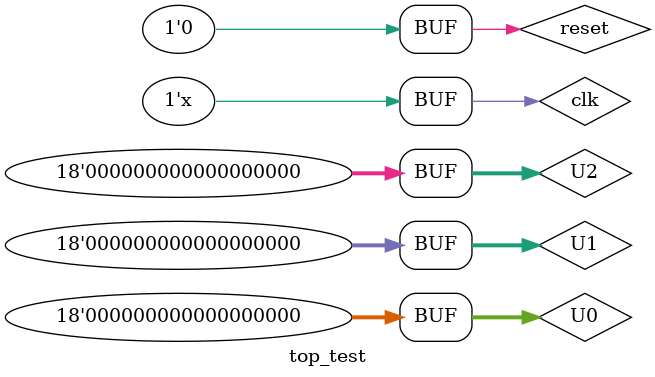
<source format=v>
`timescale 1ns / 1ps
module top_test;

	reg clk;
	reg reset;
	reg [17:0] U0;
	reg [17:0] U1;
	reg [17:0] U2;
	wire [17:0] Y0;
	wire [17:0] Y1;

	top uut (
		.clk(clk), 
		.reset(reset), 
		.U0(U0), 
		.U1(U1), 
		.U2(U2), 
		.Y0(Y0), 
		.Y1(Y1)
	);

	initial begin
		clk = 0;
		// Wait 100 ns for global reset to finish
		reset = 1;
		U0 = 18'b000000001001100011;
		U1 = 18'b000000010000011110;
		U2 = 18'b000000110101110011;
		#100;
		reset = 0;
		#20;
		U0 = 0;
		U1 = 0;
		U2 = 0;

		// Add stimulus here

	end

	always
	begin
		#10;
		clk = !clk;
	end
      
endmodule


</source>
